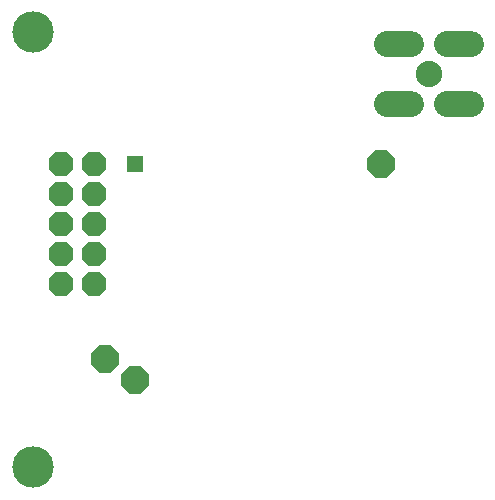
<source format=gbs>
G75*
G70*
%OFA0B0*%
%FSLAX24Y24*%
%IPPOS*%
%LPD*%
%AMOC8*
5,1,8,0,0,1.08239X$1,22.5*
%
%ADD10OC8,0.0820*%
%ADD11C,0.0880*%
%ADD12C,0.0880*%
%ADD13OC8,0.0930*%
%ADD14C,0.1380*%
%ADD15R,0.0556X0.0556*%
D10*
X002550Y007700D03*
X002550Y008700D03*
X002550Y009700D03*
X002550Y010700D03*
X002550Y011700D03*
X003650Y011700D03*
X003650Y010700D03*
X003650Y009700D03*
X003650Y008700D03*
X003650Y007700D03*
D11*
X014800Y014700D03*
D12*
X014200Y015700D02*
X013400Y015700D01*
X015400Y015700D02*
X016200Y015700D01*
X016200Y013700D02*
X015400Y013700D01*
X014200Y013700D02*
X013400Y013700D01*
D13*
X013200Y011700D03*
X005000Y004500D03*
X004000Y005200D03*
D14*
X001600Y001600D03*
X001600Y016100D03*
D15*
X005000Y011700D03*
M02*

</source>
